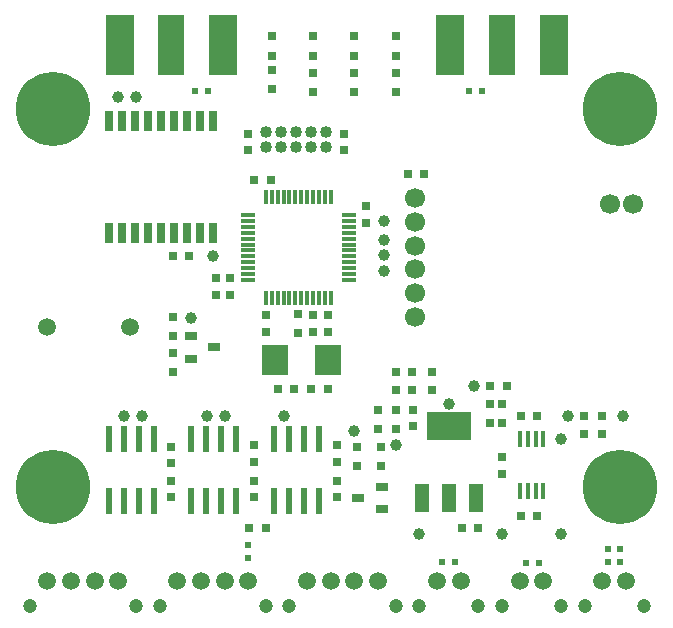
<source format=gts>
G04 #@! TF.FileFunction,Soldermask,Top*
%FSLAX46Y46*%
G04 Gerber Fmt 4.6, Leading zero omitted, Abs format (unit mm)*
G04 Created by KiCad (PCBNEW 0.201505031001+5637~23~ubuntu14.04.1-product) date Mon 29 Jun 2015 01:51:52 BST*
%MOMM*%
G01*
G04 APERTURE LIST*
%ADD10C,0.100000*%
%ADD11R,0.800000X0.700000*%
%ADD12R,0.700000X0.800000*%
%ADD13R,0.800000X0.800000*%
%ADD14R,0.500000X0.600000*%
%ADD15R,0.600000X0.500000*%
%ADD16R,1.300000X2.400000*%
%ADD17R,3.800000X2.400000*%
%ADD18R,0.400000X1.400000*%
%ADD19R,0.600000X2.200000*%
%ADD20C,1.700000*%
%ADD21R,0.700000X1.800000*%
%ADD22R,0.800000X1.800000*%
%ADD23R,0.300000X1.200000*%
%ADD24R,1.200000X0.300000*%
%ADD25C,1.016000*%
%ADD26R,1.000000X0.800000*%
%ADD27C,1.500000*%
%ADD28C,1.000000*%
%ADD29R,2.300000X2.500000*%
%ADD30C,6.300000*%
%ADD31C,0.600000*%
%ADD32C,1.200000*%
%ADD33R,2.286000X5.080000*%
%ADD34R,2.413000X5.080000*%
G04 APERTURE END LIST*
D10*
D11*
X92000000Y-159500000D03*
X92000000Y-160900000D03*
X106000000Y-159500000D03*
X106000000Y-160900000D03*
X99000000Y-159500000D03*
X99000000Y-160900000D03*
D12*
X100000000Y-163500000D03*
X98600000Y-163500000D03*
D11*
X92000000Y-158000000D03*
X92000000Y-156600000D03*
X106000000Y-156500000D03*
X106000000Y-157900000D03*
D12*
X123000000Y-162500000D03*
X121600000Y-162500000D03*
X123000000Y-154000000D03*
X121600000Y-154000000D03*
X118000000Y-163500000D03*
X116600000Y-163500000D03*
D11*
X112500000Y-153500000D03*
X112500000Y-154900000D03*
X99000000Y-156500000D03*
X99000000Y-157900000D03*
X120000000Y-157500000D03*
X120000000Y-158900000D03*
D12*
X119000000Y-151500000D03*
X120400000Y-151500000D03*
D11*
X98500000Y-131500000D03*
X98500000Y-130100000D03*
D12*
X112000000Y-133500000D03*
X113400000Y-133500000D03*
D11*
X95750000Y-143750000D03*
X95750000Y-142350000D03*
D12*
X99000000Y-134000000D03*
X100400000Y-134000000D03*
D11*
X100000000Y-145500000D03*
X100000000Y-146900000D03*
X108500000Y-136250000D03*
X108500000Y-137650000D03*
X97000000Y-143750000D03*
X97000000Y-142350000D03*
X105300000Y-145500000D03*
X105300000Y-146900000D03*
X104000000Y-145500000D03*
X104000000Y-146900000D03*
D12*
X93500000Y-140500000D03*
X92100000Y-140500000D03*
D11*
X106600000Y-130100000D03*
X106600000Y-131500000D03*
D12*
X101000000Y-151750000D03*
X102400000Y-151750000D03*
X105250000Y-151750000D03*
X103850000Y-151750000D03*
D13*
X112400000Y-150300000D03*
X114050000Y-150300000D03*
X112400000Y-151800000D03*
X114050000Y-151800000D03*
X111000000Y-123500000D03*
X111000000Y-121850000D03*
X104000000Y-123500000D03*
X104000000Y-121850000D03*
X107500000Y-123500000D03*
X107500000Y-121850000D03*
X100500000Y-123500000D03*
X100500000Y-121850000D03*
D14*
X98500000Y-166000000D03*
X98500000Y-164900000D03*
D15*
X122000000Y-166500000D03*
X123100000Y-166500000D03*
X118300000Y-126500000D03*
X117200000Y-126500000D03*
D14*
X129000000Y-165250000D03*
X129000000Y-166350000D03*
X130000000Y-165250000D03*
X130000000Y-166350000D03*
D16*
X115500000Y-161000000D03*
X113200000Y-161000000D03*
X117800000Y-161000000D03*
D17*
X115500000Y-154900000D03*
D18*
X123500000Y-156000000D03*
X122850000Y-156000000D03*
X122200000Y-156000000D03*
X121550000Y-156000000D03*
X121550000Y-160400000D03*
X122200000Y-160400000D03*
X122850000Y-160400000D03*
X123500000Y-160400000D03*
D19*
X104500000Y-156000000D03*
X103230000Y-156000000D03*
X101960000Y-156000000D03*
X100690000Y-156000000D03*
X100690000Y-161207000D03*
X101960000Y-161207000D03*
X103230000Y-161207000D03*
X104500000Y-161207000D03*
X90500000Y-156000000D03*
X89230000Y-156000000D03*
X87960000Y-156000000D03*
X86690000Y-156000000D03*
X86690000Y-161207000D03*
X87960000Y-161207000D03*
X89230000Y-161207000D03*
X90500000Y-161207000D03*
X97500000Y-156000000D03*
X96230000Y-156000000D03*
X94960000Y-156000000D03*
X93690000Y-156000000D03*
X93690000Y-161207000D03*
X94960000Y-161207000D03*
X96230000Y-161207000D03*
X97500000Y-161207000D03*
D20*
X131100000Y-136100000D03*
X129100000Y-136100000D03*
X112600000Y-135600000D03*
X112600000Y-137600000D03*
X112600000Y-139600000D03*
X112600000Y-141600000D03*
X112600000Y-143600000D03*
X112600000Y-145600000D03*
D21*
X95500000Y-129000000D03*
D22*
X94400000Y-129000000D03*
X93300000Y-129000000D03*
X92200000Y-129000000D03*
X91100000Y-129000000D03*
X90000000Y-129000000D03*
X88900000Y-129000000D03*
X87800000Y-129000000D03*
D21*
X86700000Y-129000000D03*
X95500000Y-138500000D03*
X86700000Y-138500000D03*
D22*
X94400000Y-138500000D03*
X93300000Y-138500000D03*
X92200000Y-138500000D03*
X91100000Y-138500000D03*
X90000000Y-138500000D03*
X88900000Y-138500000D03*
X87800000Y-138500000D03*
D23*
X100000000Y-144000000D03*
X100500000Y-144000000D03*
X101000000Y-144000000D03*
X101500000Y-144000000D03*
X102000000Y-144000000D03*
X102500000Y-144000000D03*
X103000000Y-144000000D03*
X103500000Y-144000000D03*
X104000000Y-144000000D03*
X104500000Y-144000000D03*
X105000000Y-144000000D03*
X105500000Y-144000000D03*
D24*
X107000000Y-142500000D03*
X107000000Y-142000000D03*
X107000000Y-141500000D03*
X107000000Y-141000000D03*
X107000000Y-140500000D03*
X107000000Y-140000000D03*
X107000000Y-139500000D03*
X107000000Y-139000000D03*
X107000000Y-138500000D03*
X107000000Y-138000000D03*
X107000000Y-137500000D03*
X107000000Y-137000000D03*
D23*
X105500000Y-135500000D03*
X105000000Y-135500000D03*
X104500000Y-135500000D03*
X104000000Y-135500000D03*
X103500000Y-135500000D03*
X103000000Y-135500000D03*
X102500000Y-135500000D03*
X102000000Y-135500000D03*
X101500000Y-135500000D03*
X101000000Y-135500000D03*
X100500000Y-135500000D03*
X100000000Y-135500000D03*
D24*
X98500000Y-137000000D03*
X98500000Y-137500000D03*
X98500000Y-138000000D03*
X98500000Y-138500000D03*
X98500000Y-139000000D03*
X98500000Y-139500000D03*
X98500000Y-140000000D03*
X98500000Y-140500000D03*
X98500000Y-141000000D03*
X98500000Y-141500000D03*
X98500000Y-142000000D03*
X98500000Y-142500000D03*
D25*
X100000000Y-131270000D03*
X100000000Y-130000000D03*
X101270000Y-131270000D03*
X101270000Y-130000000D03*
X102540000Y-131270000D03*
X102540000Y-130000000D03*
X103810000Y-131270000D03*
X103810000Y-130000000D03*
X105080000Y-131270000D03*
X105080000Y-130000000D03*
D26*
X109800000Y-161900000D03*
X109800000Y-160000000D03*
X107800000Y-160950000D03*
X93650000Y-147250000D03*
X93650000Y-149150000D03*
X95650000Y-148200000D03*
D13*
X119000000Y-153000000D03*
X119000000Y-154600000D03*
X120000000Y-153000000D03*
X120000000Y-154600000D03*
X107750000Y-158250000D03*
X107750000Y-156650000D03*
X128500000Y-155500000D03*
X126900000Y-155500000D03*
X128500000Y-154000000D03*
X126900000Y-154000000D03*
X92150000Y-150250000D03*
X92150000Y-148650000D03*
X109500000Y-153500000D03*
X109500000Y-155100000D03*
X111000000Y-150250000D03*
X111000000Y-151850000D03*
X111000000Y-153500000D03*
X111000000Y-155100000D03*
X111000000Y-125000000D03*
X111000000Y-126600000D03*
X104000000Y-125000000D03*
X104000000Y-126600000D03*
X107500000Y-125000000D03*
X107500000Y-126600000D03*
X100500000Y-124750000D03*
X100500000Y-126350000D03*
X102700000Y-147000000D03*
X102700000Y-145400000D03*
X92150000Y-147250000D03*
X92150000Y-145650000D03*
D27*
X81500000Y-146500000D03*
X88500000Y-146500000D03*
D28*
X125000000Y-156000000D03*
X115500000Y-153000000D03*
X89500000Y-154000000D03*
X88000000Y-154000000D03*
X120000000Y-164000000D03*
X125000000Y-164000000D03*
X117650000Y-151500000D03*
X95000000Y-154000000D03*
X96500000Y-154000000D03*
X101550000Y-154050000D03*
X107500000Y-155250000D03*
X125600000Y-154000000D03*
X95500000Y-140500000D03*
X87500000Y-127000000D03*
X89000000Y-127000000D03*
X110000000Y-137500000D03*
X110000000Y-139100000D03*
X110000000Y-140400000D03*
X110000000Y-141700000D03*
X130200000Y-154000000D03*
X111000000Y-156500000D03*
X93650000Y-145750000D03*
D29*
X100800000Y-149250000D03*
X105300000Y-149250000D03*
D30*
X82000000Y-128000000D03*
D31*
X82000000Y-125500000D03*
X84500000Y-128000000D03*
X82000000Y-130500000D03*
X79500000Y-128000000D03*
X80200000Y-126200000D03*
X83800000Y-126200000D03*
X80200000Y-129800000D03*
X83800000Y-129800000D03*
D30*
X130000000Y-128000000D03*
D31*
X130000000Y-125500000D03*
X132500000Y-128000000D03*
X130000000Y-130500000D03*
X127500000Y-128000000D03*
X128200000Y-126200000D03*
X131800000Y-126200000D03*
X128200000Y-129800000D03*
X131800000Y-129800000D03*
D30*
X130000000Y-160000000D03*
D31*
X130000000Y-157500000D03*
X132500000Y-160000000D03*
X130000000Y-162500000D03*
X127500000Y-160000000D03*
X128200000Y-158200000D03*
X131800000Y-158200000D03*
X128200000Y-161800000D03*
X131800000Y-161800000D03*
D30*
X82000000Y-160000000D03*
D31*
X82000000Y-157500000D03*
X84500000Y-160000000D03*
X82000000Y-162500000D03*
X79500000Y-160000000D03*
X80200000Y-158200000D03*
X83800000Y-158200000D03*
X80200000Y-161800000D03*
X83800000Y-161800000D03*
D27*
X98500000Y-168000000D03*
X96500000Y-168000000D03*
X94500000Y-168000000D03*
X92500000Y-168000000D03*
D32*
X100000000Y-170100000D03*
X91000000Y-170100000D03*
D27*
X87500000Y-168000000D03*
X85500000Y-168000000D03*
X83500000Y-168000000D03*
X81500000Y-168000000D03*
D32*
X89000000Y-170100000D03*
X80000000Y-170100000D03*
D27*
X109500000Y-168000000D03*
X107500000Y-168000000D03*
X105500000Y-168000000D03*
X103500000Y-168000000D03*
D32*
X111000000Y-170100000D03*
X102000000Y-170100000D03*
D27*
X116500000Y-168000000D03*
X114500000Y-168000000D03*
D32*
X118000000Y-170100000D03*
X113000000Y-170100000D03*
D27*
X130500000Y-168000000D03*
X128500000Y-168000000D03*
D32*
X132000000Y-170100000D03*
X127000000Y-170100000D03*
D27*
X123500000Y-168000000D03*
X121500000Y-168000000D03*
D32*
X125000000Y-170100000D03*
X120000000Y-170100000D03*
D15*
X94000000Y-126500000D03*
X95100000Y-126500000D03*
D13*
X109750000Y-158250000D03*
X109750000Y-156650000D03*
D28*
X113000000Y-164000000D03*
D15*
X116000000Y-166400000D03*
X114900000Y-166400000D03*
D33*
X120000000Y-122600000D03*
D34*
X115618500Y-122600000D03*
X124381500Y-122600000D03*
D33*
X92000000Y-122600000D03*
D34*
X87618500Y-122600000D03*
X96381500Y-122600000D03*
M02*

</source>
